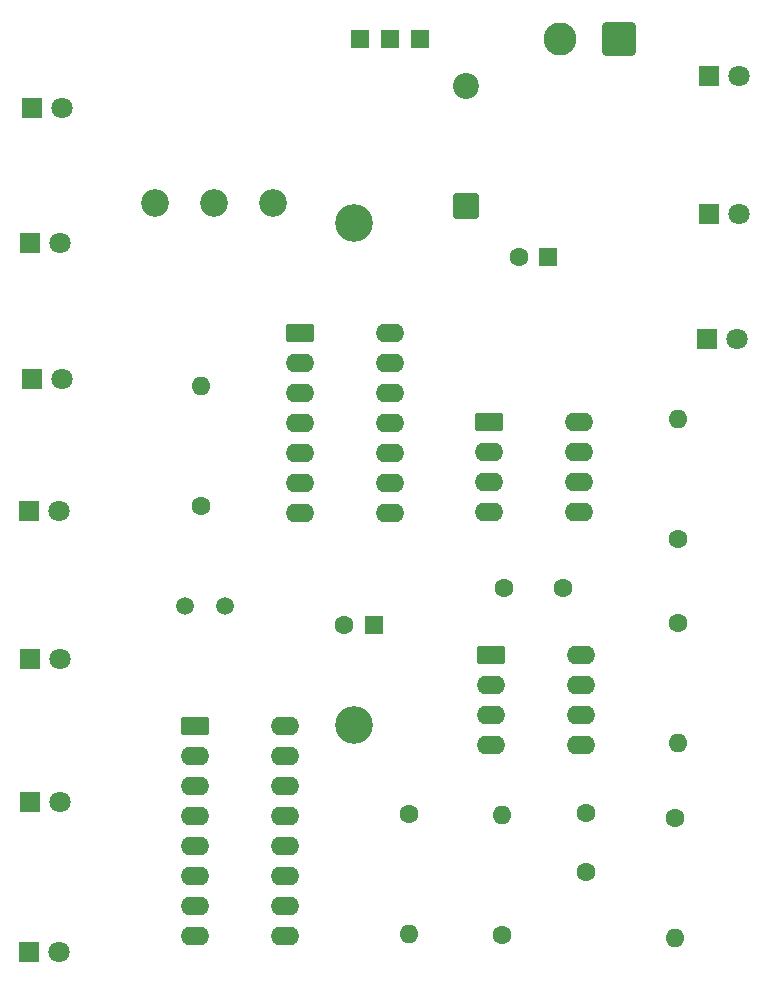
<source format=gbr>
%TF.GenerationSoftware,KiCad,Pcbnew,9.0.2*%
%TF.CreationDate,2025-06-20T16:00:47-04:00*%
%TF.ProjectId,proj02-g05,70726f6a-3032-42d6-9730-352e6b696361,rev?*%
%TF.SameCoordinates,Original*%
%TF.FileFunction,Soldermask,Bot*%
%TF.FilePolarity,Negative*%
%FSLAX46Y46*%
G04 Gerber Fmt 4.6, Leading zero omitted, Abs format (unit mm)*
G04 Created by KiCad (PCBNEW 9.0.2) date 2025-06-20 16:00:47*
%MOMM*%
%LPD*%
G01*
G04 APERTURE LIST*
G04 Aperture macros list*
%AMRoundRect*
0 Rectangle with rounded corners*
0 $1 Rounding radius*
0 $2 $3 $4 $5 $6 $7 $8 $9 X,Y pos of 4 corners*
0 Add a 4 corners polygon primitive as box body*
4,1,4,$2,$3,$4,$5,$6,$7,$8,$9,$2,$3,0*
0 Add four circle primitives for the rounded corners*
1,1,$1+$1,$2,$3*
1,1,$1+$1,$4,$5*
1,1,$1+$1,$6,$7*
1,1,$1+$1,$8,$9*
0 Add four rect primitives between the rounded corners*
20,1,$1+$1,$2,$3,$4,$5,0*
20,1,$1+$1,$4,$5,$6,$7,0*
20,1,$1+$1,$6,$7,$8,$9,0*
20,1,$1+$1,$8,$9,$2,$3,0*%
G04 Aperture macros list end*
%ADD10C,3.200000*%
%ADD11R,1.800000X1.800000*%
%ADD12C,1.800000*%
%ADD13C,1.600000*%
%ADD14O,1.600000X1.600000*%
%ADD15RoundRect,0.250001X1.149999X1.149999X-1.149999X1.149999X-1.149999X-1.149999X1.149999X-1.149999X0*%
%ADD16C,2.800000*%
%ADD17RoundRect,0.250000X-0.950000X-0.550000X0.950000X-0.550000X0.950000X0.550000X-0.950000X0.550000X0*%
%ADD18O,2.400000X1.600000*%
%ADD19C,1.500000*%
%ADD20R,1.600000X1.600000*%
%ADD21C,2.340000*%
%ADD22R,1.500000X1.500000*%
%ADD23RoundRect,0.249999X0.850001X-0.850001X0.850001X0.850001X-0.850001X0.850001X-0.850001X-0.850001X0*%
%ADD24C,2.200000*%
G04 APERTURE END LIST*
D10*
%TO.C,H1*%
X50000000Y-48500000D03*
%TD*%
D11*
%TO.C,D4*%
X22510000Y-72900000D03*
D12*
X25050000Y-72900000D03*
%TD*%
D13*
%TO.C,R4*%
X77457620Y-82380000D03*
D14*
X77457620Y-92540000D03*
%TD*%
D15*
%TO.C,J1*%
X72500000Y-33000000D03*
D16*
X67500000Y-33000000D03*
%TD*%
D17*
%TO.C,U4*%
X61647620Y-85150000D03*
D18*
X61647620Y-87690000D03*
X61647620Y-90230000D03*
X61647620Y-92770000D03*
X69267620Y-92770000D03*
X69267620Y-90230000D03*
X69267620Y-87690000D03*
X69267620Y-85150000D03*
%TD*%
D19*
%TO.C,R1*%
X35717620Y-81000000D03*
X39117620Y-81000000D03*
%TD*%
D13*
%TO.C,R6*%
X54667620Y-98570000D03*
D14*
X54667620Y-108730000D03*
%TD*%
D11*
%TO.C,D3*%
X22600000Y-85450000D03*
D12*
X25140000Y-85450000D03*
%TD*%
D17*
%TO.C,U1*%
X61447620Y-65400000D03*
D18*
X61447620Y-67940000D03*
X61447620Y-70480000D03*
X61447620Y-73020000D03*
X69067620Y-73020000D03*
X69067620Y-70480000D03*
X69067620Y-67940000D03*
X69067620Y-65400000D03*
%TD*%
D11*
%TO.C,D8*%
X80075000Y-36100000D03*
D12*
X82615000Y-36100000D03*
%TD*%
D13*
%TO.C,R5*%
X77207620Y-98880000D03*
D14*
X77207620Y-109040000D03*
%TD*%
D11*
%TO.C,D10*%
X79900000Y-58400000D03*
D12*
X82440000Y-58400000D03*
%TD*%
D20*
%TO.C,C2*%
X66500000Y-51400000D03*
D13*
X64000000Y-51400000D03*
%TD*%
D17*
%TO.C,U2*%
X45467620Y-57870000D03*
D18*
X45467620Y-60410000D03*
X45467620Y-62950000D03*
X45467620Y-65490000D03*
X45467620Y-68030000D03*
X45467620Y-70570000D03*
X45467620Y-73110000D03*
X53087620Y-73110000D03*
X53087620Y-70570000D03*
X53087620Y-68030000D03*
X53087620Y-65490000D03*
X53087620Y-62950000D03*
X53087620Y-60410000D03*
X53087620Y-57870000D03*
%TD*%
D11*
%TO.C,D2*%
X22625000Y-97550000D03*
D12*
X25165000Y-97550000D03*
%TD*%
D13*
%TO.C,C4*%
X69707620Y-98460000D03*
X69707620Y-103460000D03*
%TD*%
D11*
%TO.C,D5*%
X22760000Y-61750000D03*
D12*
X25300000Y-61750000D03*
%TD*%
D10*
%TO.C,H2*%
X50000000Y-91000000D03*
%TD*%
D11*
%TO.C,D1*%
X22510000Y-110250000D03*
D12*
X25050000Y-110250000D03*
%TD*%
D21*
%TO.C,RV1*%
X43150000Y-46850000D03*
X38150000Y-46850000D03*
X33150000Y-46850000D03*
%TD*%
D13*
%TO.C,R2*%
X37067620Y-72510000D03*
D14*
X37067620Y-62350000D03*
%TD*%
D22*
%TO.C,SW1*%
X55580000Y-33000000D03*
X53040000Y-33000000D03*
X50500000Y-33000000D03*
%TD*%
D13*
%TO.C,C1*%
X67707620Y-79460000D03*
X62707620Y-79460000D03*
%TD*%
D11*
%TO.C,D7*%
X22760000Y-38800000D03*
D12*
X25300000Y-38800000D03*
%TD*%
D17*
%TO.C,U3*%
X36597620Y-91110000D03*
D18*
X36597620Y-93650000D03*
X36597620Y-96190000D03*
X36597620Y-98730000D03*
X36597620Y-101270000D03*
X36597620Y-103810000D03*
X36597620Y-106350000D03*
X36597620Y-108890000D03*
X44217620Y-108890000D03*
X44217620Y-106350000D03*
X44217620Y-103810000D03*
X44217620Y-101270000D03*
X44217620Y-98730000D03*
X44217620Y-96190000D03*
X44217620Y-93650000D03*
X44217620Y-91110000D03*
%TD*%
D13*
%TO.C,R7*%
X62550000Y-108780000D03*
D14*
X62550000Y-98620000D03*
%TD*%
D11*
%TO.C,D9*%
X80110000Y-47750000D03*
D12*
X82650000Y-47750000D03*
%TD*%
D11*
%TO.C,D6*%
X22610000Y-50200000D03*
D12*
X25150000Y-50200000D03*
%TD*%
D23*
%TO.C,D12*%
X59500000Y-47080000D03*
D24*
X59500000Y-36920000D03*
%TD*%
D13*
%TO.C,R3*%
X77457620Y-75290000D03*
D14*
X77457620Y-65130000D03*
%TD*%
D20*
%TO.C,C3*%
X51700000Y-82550000D03*
D13*
X49200000Y-82550000D03*
%TD*%
M02*

</source>
